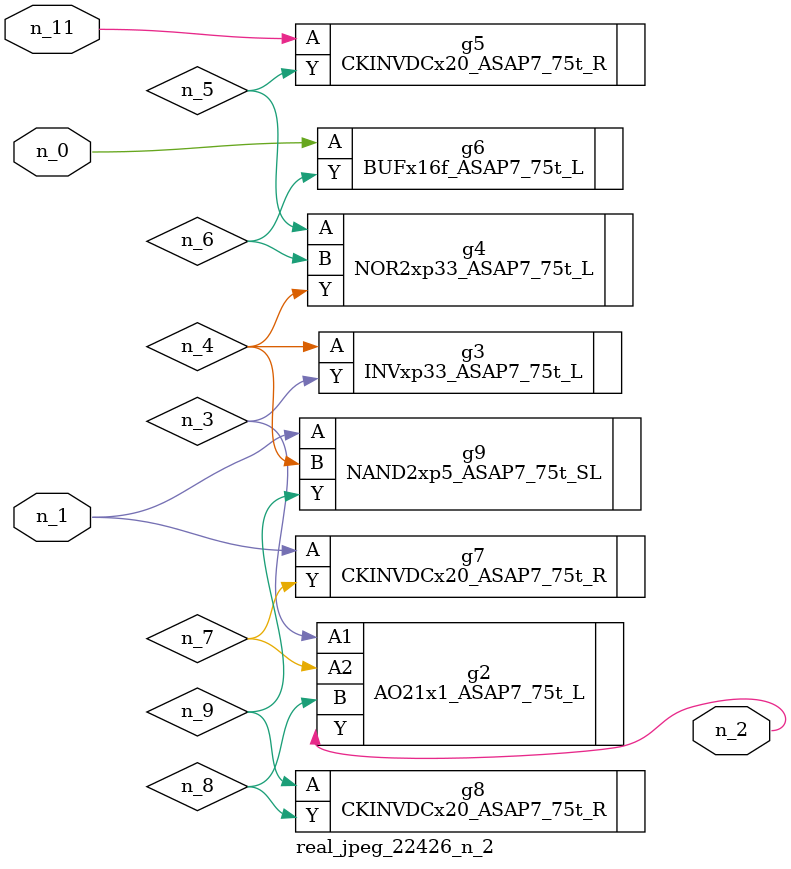
<source format=v>
module real_jpeg_22426_n_2 (n_1, n_11, n_0, n_2);

input n_1;
input n_11;
input n_0;

output n_2;

wire n_5;
wire n_4;
wire n_8;
wire n_6;
wire n_7;
wire n_3;
wire n_9;

BUFx16f_ASAP7_75t_L g6 ( 
.A(n_0),
.Y(n_6)
);

CKINVDCx20_ASAP7_75t_R g7 ( 
.A(n_1),
.Y(n_7)
);

NAND2xp5_ASAP7_75t_SL g9 ( 
.A(n_1),
.B(n_4),
.Y(n_9)
);

AO21x1_ASAP7_75t_L g2 ( 
.A1(n_3),
.A2(n_7),
.B(n_8),
.Y(n_2)
);

INVxp33_ASAP7_75t_L g3 ( 
.A(n_4),
.Y(n_3)
);

NOR2xp33_ASAP7_75t_L g4 ( 
.A(n_5),
.B(n_6),
.Y(n_4)
);

CKINVDCx20_ASAP7_75t_R g8 ( 
.A(n_9),
.Y(n_8)
);

CKINVDCx20_ASAP7_75t_R g5 ( 
.A(n_11),
.Y(n_5)
);


endmodule
</source>
